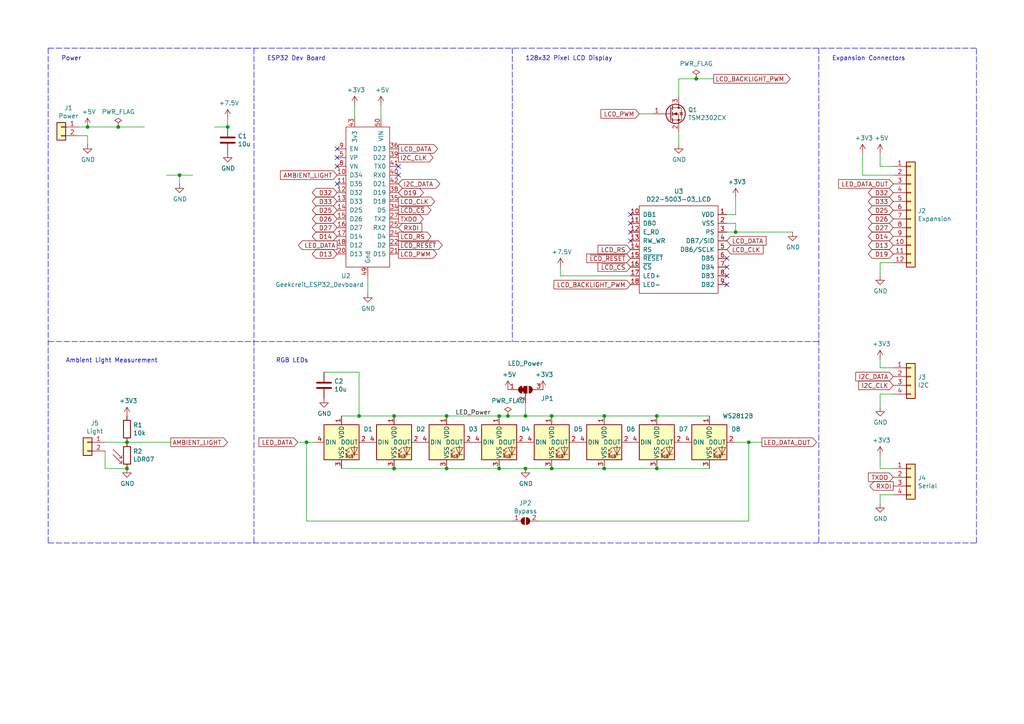
<source format=kicad_sch>
(kicad_sch (version 20211123) (generator eeschema)
  (paper "A4")
  (lib_symbols
    (symbol "Connector_Generic:Conn_01x02" (pin_names (offset 1.016) hide)
      (property "Reference" "J" (at 0 2.54 0))
      (property "Value" "Conn_01x02" (at 0 -5.08 0))
      (symbol "Conn_01x02_1_1"
        (rectangle (start -1.27 -2.413) (end 0 -2.667) (stroke (width 0.1524)))
        (rectangle (start -1.27 0.127) (end 0 -0.127) (stroke (width 0.1524)))
        (rectangle (start -1.27 1.27) (end 1.27 -3.81) (stroke (width 0.254)) (fill (type background)))
        (pin passive line (at -5.08 0 0) (length 3.81) (name "Pin_1") (number "1"))
        (pin passive line (at -5.08 -2.54 0) (length 3.81) (name "Pin_2") (number "2"))
      )
    )
    (symbol "Connector_Generic:Conn_01x04" (pin_names (offset 1.016) hide)
      (property "Reference" "J" (at 0 5.08 0))
      (property "Value" "Conn_01x04" (at 0 -7.62 0))
      (symbol "Conn_01x04_1_1"
        (rectangle (start -1.27 -4.953) (end 0 -5.207) (stroke (width 0.1524)))
        (rectangle (start -1.27 -2.413) (end 0 -2.667) (stroke (width 0.1524)))
        (rectangle (start -1.27 0.127) (end 0 -0.127) (stroke (width 0.1524)))
        (rectangle (start -1.27 2.667) (end 0 2.413) (stroke (width 0.1524)))
        (rectangle (start -1.27 3.81) (end 1.27 -6.35) (stroke (width 0.254)) (fill (type background)))
        (pin passive line (at -5.08 2.54 0) (length 3.81) (name "Pin_1") (number "1"))
        (pin passive line (at -5.08 0 0) (length 3.81) (name "Pin_2") (number "2"))
        (pin passive line (at -5.08 -2.54 0) (length 3.81) (name "Pin_3") (number "3"))
        (pin passive line (at -5.08 -5.08 0) (length 3.81) (name "Pin_4") (number "4"))
      )
    )
    (symbol "Connector_Generic:Conn_01x12" (pin_names (offset 1.016) hide)
      (property "Reference" "J" (at 0 15.24 0))
      (property "Value" "Conn_01x12" (at 0 -17.78 0))
      (symbol "Conn_01x12_1_1"
        (rectangle (start -1.27 -15.113) (end 0 -15.367) (stroke (width 0.1524)))
        (rectangle (start -1.27 -12.573) (end 0 -12.827) (stroke (width 0.1524)))
        (rectangle (start -1.27 -10.033) (end 0 -10.287) (stroke (width 0.1524)))
        (rectangle (start -1.27 -7.493) (end 0 -7.747) (stroke (width 0.1524)))
        (rectangle (start -1.27 -4.953) (end 0 -5.207) (stroke (width 0.1524)))
        (rectangle (start -1.27 -2.413) (end 0 -2.667) (stroke (width 0.1524)))
        (rectangle (start -1.27 0.127) (end 0 -0.127) (stroke (width 0.1524)))
        (rectangle (start -1.27 2.667) (end 0 2.413) (stroke (width 0.1524)))
        (rectangle (start -1.27 5.207) (end 0 4.953) (stroke (width 0.1524)))
        (rectangle (start -1.27 7.747) (end 0 7.493) (stroke (width 0.1524)))
        (rectangle (start -1.27 10.287) (end 0 10.033) (stroke (width 0.1524)))
        (rectangle (start -1.27 12.827) (end 0 12.573) (stroke (width 0.1524)))
        (rectangle (start -1.27 13.97) (end 1.27 -16.51) (stroke (width 0.254)) (fill (type background)))
        (pin passive line (at -5.08 12.7 0) (length 3.81) (name "Pin_1") (number "1"))
        (pin passive line (at -5.08 -10.16 0) (length 3.81) (name "Pin_10") (number "10"))
        (pin passive line (at -5.08 -12.7 0) (length 3.81) (name "Pin_11") (number "11"))
        (pin passive line (at -5.08 -15.24 0) (length 3.81) (name "Pin_12") (number "12"))
        (pin passive line (at -5.08 10.16 0) (length 3.81) (name "Pin_2") (number "2"))
        (pin passive line (at -5.08 7.62 0) (length 3.81) (name "Pin_3") (number "3"))
        (pin passive line (at -5.08 5.08 0) (length 3.81) (name "Pin_4") (number "4"))
        (pin passive line (at -5.08 2.54 0) (length 3.81) (name "Pin_5") (number "5"))
        (pin passive line (at -5.08 0 0) (length 3.81) (name "Pin_6") (number "6"))
        (pin passive line (at -5.08 -2.54 0) (length 3.81) (name "Pin_7") (number "7"))
        (pin passive line (at -5.08 -5.08 0) (length 3.81) (name "Pin_8") (number "8"))
        (pin passive line (at -5.08 -7.62 0) (length 3.81) (name "Pin_9") (number "9"))
      )
    )
    (symbol "D22-5003-03_LCD:D22-5003-03_LCD" (pin_names (offset 1.016))
      (property "Reference" "U" (at 0 6.35 0))
      (property "Value" "D22-5003-03_LCD" (at 0 3.81 0))
      (symbol "D22-5003-03_LCD_0_1"
        (rectangle (start -11.43 -25.4) (end 11.43 0))
      )
      (symbol "D22-5003-03_LCD_1_1"
        (pin power_in line (at 13.97 -2.54 180) (length 2.54) (name "VDD") (number "1"))
        (pin input line (at -13.97 -2.54 0) (length 2.54) (name "DB1") (number "10"))
        (pin input line (at -13.97 -5.08 0) (length 2.54) (name "DB0") (number "11"))
        (pin input line (at -13.97 -7.62 0) (length 2.54) (name "E_RD") (number "12"))
        (pin input line (at -13.97 -10.16 0) (length 2.54) (name "RW_WR") (number "13"))
        (pin input line (at -13.97 -12.7 0) (length 2.54) (name "RS") (number "14"))
        (pin input line (at -13.97 -15.24 0) (length 2.54) (name "~{RESET}") (number "15"))
        (pin input line (at -13.97 -17.78 0) (length 2.54) (name "~{CS}") (number "16"))
        (pin power_in line (at -13.97 -20.32 0) (length 2.54) (name "LED+") (number "17"))
        (pin power_in line (at -13.97 -22.86 0) (length 2.54) (name "LED-") (number "18"))
        (pin power_in line (at 13.97 -5.08 180) (length 2.54) (name "VSS") (number "2"))
        (pin input line (at 13.97 -7.62 180) (length 2.54) (name "PS") (number "3"))
        (pin input line (at 13.97 -10.16 180) (length 2.54) (name "DB7/SID") (number "4"))
        (pin input line (at 13.97 -12.7 180) (length 2.54) (name "DB6/SCLK") (number "5"))
        (pin input line (at 13.97 -15.24 180) (length 2.54) (name "DB5") (number "6"))
        (pin input line (at 13.97 -17.78 180) (length 2.54) (name "DB4") (number "7"))
        (pin input line (at 13.97 -20.32 180) (length 2.54) (name "DB3") (number "8"))
        (pin input line (at 13.97 -22.86 180) (length 2.54) (name "DB2") (number "9"))
      )
    )
    (symbol "Device:C" (pin_numbers hide) (pin_names (offset 0.254))
      (property "Reference" "C" (at 0.635 2.54 0))
      (property "Value" "C" (at 0.635 -2.54 0))
      (symbol "C_0_1"
        (polyline (pts (xy -2.032 -0.762) (xy 2.032 -0.762)) (stroke (width 0.508)))
        (polyline (pts (xy -2.032 0.762) (xy 2.032 0.762)) (stroke (width 0.508)))
      )
      (symbol "C_1_1"
        (pin passive line (at 0 3.81 270) (length 2.794) (name "~") (number "1"))
        (pin passive line (at 0 -3.81 90) (length 2.794) (name "~") (number "2"))
      )
    )
    (symbol "Device:R" (pin_numbers hide) (pin_names (offset 0))
      (property "Reference" "R" (at 2.032 0 90))
      (property "Value" "R" (at 0 0 90))
      (symbol "R_0_1"
        (rectangle (start -1.016 -2.54) (end 1.016 2.54) (stroke (width 0.254)))
      )
      (symbol "R_1_1"
        (pin passive line (at 0 3.81 270) (length 1.27) (name "~") (number "1"))
        (pin passive line (at 0 -3.81 90) (length 1.27) (name "~") (number "2"))
      )
    )
    (symbol "Geekcreit_ESP32_Devboard:Geekcreit_ESP32_Devboard" (pin_names (offset 1.016))
      (property "Reference" "U" (at -12.7 2.54 0))
      (property "Value" "Geekcreit_ESP32_Devboard" (at 21.59 2.54 0))
      (symbol "Geekcreit_ESP32_Devboard_0_1"
        (rectangle (start -6.35 -36.83) (end 6.35 3.81))
      )
      (symbol "Geekcreit_ESP32_Devboard_1_1"
        (pin input line (at -8.89 -10.16 0) (length 2.54) (name "D34") (number "10"))
        (pin input line (at -8.89 -12.7 0) (length 2.54) (name "D35") (number "11"))
        (pin bidirectional line (at -8.89 -15.24 0) (length 2.54) (name "D32") (number "12"))
        (pin bidirectional line (at -8.89 -17.78 0) (length 2.54) (name "D33") (number "13"))
        (pin bidirectional line (at -8.89 -20.32 0) (length 2.54) (name "D25") (number "14"))
        (pin bidirectional line (at -8.89 -22.86 0) (length 2.54) (name "D26") (number "15"))
        (pin bidirectional line (at -8.89 -25.4 0) (length 2.54) (name "D27") (number "16"))
        (pin bidirectional line (at -8.89 -27.94 0) (length 2.54) (name "D14") (number "17"))
        (pin bidirectional line (at -8.89 -30.48 0) (length 2.54) (name "D12") (number "18"))
        (pin bidirectional line (at -8.89 -33.02 0) (length 2.54) (name "D13") (number "20"))
        (pin bidirectional line (at 8.89 -33.02 180) (length 2.54) (name "D15") (number "21"))
        (pin bidirectional line (at 8.89 -30.48 180) (length 2.54) (name "D2") (number "22"))
        (pin bidirectional line (at 8.89 -27.94 180) (length 2.54) (name "D4") (number "24"))
        (pin bidirectional line (at 8.89 -25.4 180) (length 2.54) (name "RX2") (number "25"))
        (pin bidirectional line (at 8.89 -22.86 180) (length 2.54) (name "TX2") (number "27"))
        (pin bidirectional line (at 8.89 -20.32 180) (length 2.54) (name "D5") (number "34"))
        (pin bidirectional line (at 8.89 -17.78 180) (length 2.54) (name "D18") (number "35"))
        (pin bidirectional line (at 8.89 -2.54 180) (length 2.54) (name "D23") (number "36"))
        (pin bidirectional line (at 8.89 -15.24 180) (length 2.54) (name "D19") (number "38"))
        (pin bidirectional line (at 8.89 -5.08 180) (length 2.54) (name "D22") (number "39"))
        (pin bidirectional line (at 8.89 -10.16 180) (length 2.54) (name "RX0") (number "40"))
        (pin bidirectional line (at 8.89 -7.62 180) (length 2.54) (name "TX0") (number "41"))
        (pin bidirectional line (at 8.89 -12.7 180) (length 2.54) (name "D21") (number "42"))
        (pin power_out line (at -3.81 6.35 270) (length 2.54) (name "3v3") (number "43"))
        (pin power_in line (at 0 -39.37 90) (length 2.54) (name "Gnd") (number "49"))
        (pin input line (at -8.89 -5.08 0) (length 2.54) (name "VP") (number "5"))
        (pin power_in line (at 3.81 6.35 270) (length 2.54) (name "VIN") (number "50"))
        (pin input line (at -8.89 -7.62 0) (length 2.54) (name "VN") (number "8"))
        (pin input line (at -8.89 -2.54 0) (length 2.54) (name "EN") (number "9"))
      )
    )
    (symbol "Jumper:SolderJumper_2_Open" (pin_names (offset 0) hide)
      (property "Reference" "JP" (at 0 2.032 0))
      (property "Value" "SolderJumper_2_Open" (at 0 -2.54 0))
      (symbol "SolderJumper_2_Open_0_1"
        (arc (start -0.254 1.016) (mid -1.27 0) (end -0.254 -1.016))
        (arc (start -0.254 1.016) (mid -1.27 0) (end -0.254 -1.016) (fill (type outline)))
        (polyline (pts (xy -0.254 1.016) (xy -0.254 -1.016)))
        (polyline (pts (xy 0.254 1.016) (xy 0.254 -1.016)))
        (arc (start 0.254 -1.016) (mid 1.27 0) (end 0.254 1.016))
        (arc (start 0.254 -1.016) (mid 1.27 0) (end 0.254 1.016) (fill (type outline)))
      )
      (symbol "SolderJumper_2_Open_1_1"
        (pin passive line (at -3.81 0 0) (length 2.54) (name "A") (number "1"))
        (pin passive line (at 3.81 0 180) (length 2.54) (name "B") (number "2"))
      )
    )
    (symbol "LED:WS2812B" (pin_names (offset 0.254))
      (property "Reference" "D" (at 5.08 5.715 0))
      (property "Value" "WS2812B" (at 1.27 -5.715 0))
      (symbol "WS2812B_0_0"
        (text "RGB" (at 2.286 -4.191 0) (effects (font (size 0.762 0.762))))
      )
      (symbol "WS2812B_0_1"
        (polyline (pts (xy 1.27 -3.556) (xy 1.778 -3.556)))
        (polyline (pts (xy 1.27 -2.54) (xy 1.778 -2.54)))
        (polyline (pts (xy 4.699 -3.556) (xy 2.667 -3.556)))
        (polyline (pts (xy 2.286 -2.54) (xy 1.27 -3.556) (xy 1.27 -3.048)))
        (polyline (pts (xy 2.286 -1.524) (xy 1.27 -2.54) (xy 1.27 -2.032)))
        (polyline (pts (xy 3.683 -1.016) (xy 3.683 -3.556) (xy 3.683 -4.064)))
        (polyline (pts (xy 4.699 -1.524) (xy 2.667 -1.524) (xy 3.683 -3.556) (xy 4.699 -1.524)))
        (rectangle (start 5.08 5.08) (end -5.08 -5.08) (stroke (width 0.254)) (fill (type background)))
      )
      (symbol "WS2812B_1_1"
        (pin power_in line (at 0 7.62 270) (length 2.54) (name "VDD") (number "1"))
        (pin output line (at 7.62 0 180) (length 2.54) (name "DOUT") (number "2"))
        (pin power_in line (at 0 -7.62 90) (length 2.54) (name "VSS") (number "3"))
        (pin input line (at -7.62 0 0) (length 2.54) (name "DIN") (number "4"))
      )
    )
    (symbol "Sensor_Optical:LDR07" (pin_numbers hide) (pin_names (offset 0))
      (property "Reference" "R" (at -5.08 0 90))
      (property "Value" "LDR07" (at 1.905 0 90))
      (symbol "LDR07_0_1"
        (rectangle (start -1.016 2.54) (end 1.016 -2.54) (stroke (width 0.254)))
        (polyline (pts (xy -1.524 -2.286) (xy -4.064 0.254)))
        (polyline (pts (xy -1.524 -2.286) (xy -2.286 -2.286)))
        (polyline (pts (xy -1.524 -2.286) (xy -1.524 -1.524)))
        (polyline (pts (xy -1.524 -0.762) (xy -4.064 1.778)))
        (polyline (pts (xy -1.524 -0.762) (xy -2.286 -0.762)))
        (polyline (pts (xy -1.524 -0.762) (xy -1.524 0)))
      )
      (symbol "LDR07_1_1"
        (pin passive line (at 0 3.81 270) (length 1.27) (name "~") (number "1"))
        (pin passive line (at 0 -3.81 90) (length 1.27) (name "~") (number "2"))
      )
    )
    (symbol "Transistor_FET:TSM2302CX" (pin_names hide)
      (property "Reference" "Q" (at 5.08 1.905 0))
      (property "Value" "TSM2302CX" (at 5.08 0 0))
      (symbol "TSM2302CX_0_1"
        (polyline (pts (xy 0.254 0) (xy -2.54 0)))
        (polyline (pts (xy 0.254 1.905) (xy 0.254 -1.905)) (stroke (width 0.254)))
        (polyline (pts (xy 0.762 -1.27) (xy 0.762 -2.286)) (stroke (width 0.254)))
        (polyline (pts (xy 0.762 0.508) (xy 0.762 -0.508)) (stroke (width 0.254)))
        (polyline (pts (xy 0.762 2.286) (xy 0.762 1.27)) (stroke (width 0.254)))
        (polyline (pts (xy 2.54 2.54) (xy 2.54 1.778)))
        (polyline (pts (xy 2.54 -2.54) (xy 2.54 0) (xy 0.762 0)))
        (polyline (pts (xy 0.762 -1.778) (xy 3.302 -1.778) (xy 3.302 1.778) (xy 0.762 1.778)))
        (polyline (pts (xy 1.016 0) (xy 2.032 0.381) (xy 2.032 -0.381) (xy 1.016 0)) (fill (type outline)))
        (polyline (pts (xy 2.794 0.508) (xy 2.921 0.381) (xy 3.683 0.381) (xy 3.81 0.254)))
        (polyline (pts (xy 3.302 0.381) (xy 2.921 -0.254) (xy 3.683 -0.254) (xy 3.302 0.381)))
        (circle (center 1.651 0) (radius 2.794) (stroke (width 0.254)))
        (circle (center 2.54 -1.778) (radius 0.254) (fill (type outline)))
        (circle (center 2.54 1.778) (radius 0.254) (fill (type outline)))
      )
      (symbol "TSM2302CX_1_1"
        (pin input line (at -5.08 0 0) (length 2.54) (name "G") (number "1"))
        (pin passive line (at 2.54 -5.08 90) (length 2.54) (name "S") (number "2"))
        (pin passive line (at 2.54 5.08 270) (length 2.54) (name "D") (number "3"))
      )
    )
    (symbol "lcd-rescue:+3.3V-power" (power) (pin_names (offset 0))
      (property "Value" "+3.3V-power" (at 0 3.556 0))
      (symbol "+3.3V-power_0_1"
        (polyline (pts (xy -0.762 1.27) (xy 0 2.54)))
        (polyline (pts (xy 0 0) (xy 0 2.54)))
        (polyline (pts (xy 0 2.54) (xy 0.762 1.27)))
      )
      (symbol "+3.3V-power_1_1"
        (pin power_in line (at 0 0 90) (length 0) hide (name "+3V3") (number "1"))
      )
    )
    (symbol "lcd-rescue:SolderJumper_3_Bridged12-Jumper" (pin_names (offset 0) hide)
      (property "Reference" "JP" (at -2.54 -2.54 0))
      (property "Value" "SolderJumper_3_Bridged12-Jumper" (at 0 2.794 0))
      (symbol "SolderJumper_3_Bridged12-Jumper_0_1"
        (rectangle (start -1.016 0.508) (end -0.508 -0.508) (fill (type outline)))
        (arc (start -1.016 1.016) (mid -2.032 0) (end -1.016 -1.016))
        (arc (start -1.016 1.016) (mid -2.032 0) (end -1.016 -1.016) (fill (type outline)))
        (rectangle (start -0.508 1.016) (end 0.508 -1.016) (fill (type outline)))
        (polyline (pts (xy -2.54 0) (xy -2.032 0)))
        (polyline (pts (xy -1.016 1.016) (xy -1.016 -1.016)))
        (polyline (pts (xy 0 -1.27) (xy 0 -1.016)))
        (polyline (pts (xy 1.016 1.016) (xy 1.016 -1.016)))
        (polyline (pts (xy 2.54 0) (xy 2.032 0)))
        (arc (start 1.016 -1.016) (mid 2.032 0) (end 1.016 1.016))
        (arc (start 1.016 -1.016) (mid 2.032 0) (end 1.016 1.016) (fill (type outline)))
      )
      (symbol "SolderJumper_3_Bridged12-Jumper_1_1"
        (pin passive line (at -5.08 0 0) (length 2.54) (name "A") (number "1"))
        (pin input line (at 0 -3.81 90) (length 2.54) (name "C") (number "2"))
        (pin passive line (at 5.08 0 180) (length 2.54) (name "B") (number "3"))
      )
    )
    (symbol "power:+3V3" (power) (pin_names (offset 0))
      (property "Value" "+3V3" (at 0 3.556 0))
      (symbol "+3V3_0_1"
        (polyline (pts (xy -0.762 1.27) (xy 0 2.54)))
        (polyline (pts (xy 0 0) (xy 0 2.54)))
        (polyline (pts (xy 0 2.54) (xy 0.762 1.27)))
      )
      (symbol "+3V3_1_1"
        (pin power_in line (at 0 0 90) (length 0) hide (name "+3V3") (number "1"))
      )
    )
    (symbol "power:+5V" (power) (pin_names (offset 0))
      (property "Value" "+5V" (at 0 3.556 0))
      (symbol "+5V_0_1"
        (polyline (pts (xy -0.762 1.27) (xy 0 2.54)))
        (polyline (pts (xy 0 0) (xy 0 2.54)))
        (polyline (pts (xy 0 2.54) (xy 0.762 1.27)))
      )
      (symbol "+5V_1_1"
        (pin power_in line (at 0 0 90) (length 0) hide (name "+5V") (number "1"))
      )
    )
    (symbol "power:+7.5V" (power) (pin_names (offset 0))
      (property "Value" "+7.5V" (at 0 3.556 0))
      (symbol "+7.5V_0_1"
        (polyline (pts (xy -0.762 1.27) (xy 0 2.54)))
        (polyline (pts (xy 0 0) (xy 0 2.54)))
        (polyline (pts (xy 0 2.54) (xy 0.762 1.27)))
      )
      (symbol "+7.5V_1_1"
        (pin power_in line (at 0 0 90) (length 0) hide (name "+7.5V") (number "1"))
      )
    )
    (symbol "power:GND" (power) (pin_names (offset 0))
      (property "Value" "GND" (at 0 -3.81 0))
      (symbol "GND_0_1"
        (polyline (pts (xy 0 0) (xy 0 -1.27) (xy 1.27 -1.27) (xy 0 -2.54) (xy -1.27 -1.27) (xy 0 -1.27)))
      )
      (symbol "GND_1_1"
        (pin power_in line (at 0 0 270) (length 0) hide (name "GND") (number "1"))
      )
    )
    (symbol "power:PWR_FLAG" (power) (pin_numbers hide) (pin_names (offset 0) hide)
      (property "Value" "PWR_FLAG" (at 0 3.81 0))
      (symbol "PWR_FLAG_0_0"
        (pin power_out line (at 0 0 90) (length 0) (name "pwr") (number "1"))
      )
      (symbol "PWR_FLAG_0_1"
        (polyline (pts (xy 0 0) (xy 0 1.27) (xy -1.016 1.905) (xy 0 2.54) (xy 1.016 1.905) (xy 0 1.27)))
      )
    )
  )
  (junction (at 160.02 135.89))
  (junction (at 144.78 120.65))
  (junction (at 104.14 120.65))
  (junction (at 34.29 36.83))
  (junction (at 217.17 128.27))
  (junction (at 129.54 120.65))
  (junction (at 114.3 135.89))
  (junction (at 147.32 120.65))
  (junction (at 152.4 135.89))
  (junction (at 190.5 135.89))
  (junction (at 52.07 50.8))
  (junction (at 25.4 36.83))
  (junction (at 129.54 135.89))
  (junction (at 175.26 135.89))
  (junction (at 175.26 120.65))
  (junction (at 88.9 128.27))
  (junction (at 213.36 67.31))
  (junction (at 160.02 120.65))
  (junction (at 152.4 120.65))
  (junction (at 201.93 22.86))
  (junction (at 114.3 120.65))
  (junction (at 144.78 135.89))
  (junction (at 36.83 128.27))
  (junction (at 36.83 135.89))
  (junction (at 190.5 120.65))
  (junction (at 66.04 36.83))
  (no_connect (at 115.57 48.26))
  (no_connect (at 210.82 74.93))
  (no_connect (at 97.79 48.26))
  (no_connect (at 182.88 67.31))
  (no_connect (at 210.82 80.01))
  (no_connect (at 97.79 53.34))
  (no_connect (at 97.79 43.18))
  (no_connect (at 182.88 69.85))
  (no_connect (at 210.82 77.47))
  (no_connect (at 97.79 45.72))
  (no_connect (at 182.88 64.77))
  (no_connect (at 210.82 82.55))
  (no_connect (at 182.88 62.23))
  (no_connect (at 115.57 50.8))
  (wire (pts (xy 213.36 62.23) (xy 213.36 57.15)))
  (wire (pts (xy 22.86 39.37) (xy 25.4 39.37)))
  (polyline (pts (xy 13.97 99.06) (xy 237.49 99.06)))
  (wire (pts (xy 25.4 36.83) (xy 34.29 36.83)))
  (wire (pts (xy 259.08 76.2) (xy 255.27 76.2)))
  (wire (pts (xy 190.5 120.65) (xy 205.74 120.65)))
  (wire (pts (xy 106.68 80.01) (xy 106.68 85.09)))
  (wire (pts (xy 99.06 135.89) (xy 114.3 135.89)))
  (polyline (pts (xy 73.66 13.97) (xy 73.66 157.48)))
  (wire (pts (xy 250.19 50.8) (xy 259.08 50.8)))
  (wire (pts (xy 255.27 114.3) (xy 255.27 118.11)))
  (wire (pts (xy 213.36 128.27) (xy 217.17 128.27)))
  (polyline (pts (xy 237.49 13.97) (xy 237.49 157.48)))
  (wire (pts (xy 210.82 67.31) (xy 213.36 67.31)))
  (wire (pts (xy 201.93 22.86) (xy 207.01 22.86)))
  (wire (pts (xy 114.3 135.89) (xy 129.54 135.89)))
  (wire (pts (xy 48.26 50.8) (xy 52.07 50.8)))
  (wire (pts (xy 213.36 64.77) (xy 213.36 67.31)))
  (wire (pts (xy 259.08 143.51) (xy 255.27 143.51)))
  (wire (pts (xy 160.02 120.65) (xy 175.26 120.65)))
  (wire (pts (xy 86.36 128.27) (xy 88.9 128.27)))
  (wire (pts (xy 190.5 135.89) (xy 205.74 135.89)))
  (wire (pts (xy 30.48 130.81) (xy 30.48 135.89)))
  (wire (pts (xy 152.4 116.84) (xy 152.4 120.65)))
  (wire (pts (xy 30.48 128.27) (xy 36.83 128.27)))
  (wire (pts (xy 34.29 36.83) (xy 41.91 36.83)))
  (wire (pts (xy 30.48 135.89) (xy 36.83 135.89)))
  (wire (pts (xy 162.56 80.01) (xy 162.56 77.47)))
  (wire (pts (xy 52.07 50.8) (xy 55.88 50.8)))
  (polyline (pts (xy 13.97 13.97) (xy 13.97 157.48)))
  (wire (pts (xy 88.9 151.13) (xy 88.9 128.27)))
  (wire (pts (xy 259.08 106.68) (xy 255.27 106.68)))
  (polyline (pts (xy 13.97 157.48) (xy 283.21 157.48)))
  (wire (pts (xy 185.42 33.02) (xy 189.23 33.02)))
  (wire (pts (xy 160.02 135.89) (xy 175.26 135.89)))
  (wire (pts (xy 110.49 30.48) (xy 110.49 34.29)))
  (wire (pts (xy 104.14 107.95) (xy 104.14 120.65)))
  (wire (pts (xy 104.14 120.65) (xy 114.3 120.65)))
  (polyline (pts (xy 13.97 13.97) (xy 283.21 13.97)))
  (wire (pts (xy 62.23 36.83) (xy 66.04 36.83)))
  (wire (pts (xy 259.08 114.3) (xy 255.27 114.3)))
  (wire (pts (xy 88.9 151.13) (xy 148.59 151.13)))
  (wire (pts (xy 255.27 48.26) (xy 259.08 48.26)))
  (wire (pts (xy 129.54 135.89) (xy 144.78 135.89)))
  (wire (pts (xy 114.3 120.65) (xy 129.54 120.65)))
  (wire (pts (xy 210.82 64.77) (xy 213.36 64.77)))
  (wire (pts (xy 49.53 128.27) (xy 36.83 128.27)))
  (polyline (pts (xy 283.21 157.48) (xy 283.21 13.97)))
  (wire (pts (xy 255.27 143.51) (xy 255.27 146.05)))
  (wire (pts (xy 196.85 38.1) (xy 196.85 41.91)))
  (wire (pts (xy 255.27 106.68) (xy 255.27 104.14)))
  (polyline (pts (xy 148.59 13.97) (xy 148.59 99.06)))
  (wire (pts (xy 102.87 34.29) (xy 102.87 30.48)))
  (wire (pts (xy 52.07 50.8) (xy 52.07 53.34)))
  (wire (pts (xy 152.4 120.65) (xy 160.02 120.65)))
  (wire (pts (xy 255.27 132.08) (xy 255.27 135.89)))
  (wire (pts (xy 25.4 39.37) (xy 25.4 41.91)))
  (wire (pts (xy 217.17 151.13) (xy 156.21 151.13)))
  (wire (pts (xy 255.27 44.45) (xy 255.27 48.26)))
  (wire (pts (xy 255.27 135.89) (xy 259.08 135.89)))
  (wire (pts (xy 22.86 36.83) (xy 25.4 36.83)))
  (wire (pts (xy 93.98 107.95) (xy 104.14 107.95)))
  (wire (pts (xy 147.32 120.65) (xy 152.4 120.65)))
  (wire (pts (xy 144.78 120.65) (xy 147.32 120.65)))
  (wire (pts (xy 217.17 151.13) (xy 217.17 128.27)))
  (wire (pts (xy 217.17 128.27) (xy 220.98 128.27)))
  (wire (pts (xy 152.4 135.89) (xy 160.02 135.89)))
  (wire (pts (xy 144.78 135.89) (xy 152.4 135.89)))
  (wire (pts (xy 196.85 22.86) (xy 196.85 27.94)))
  (wire (pts (xy 210.82 62.23) (xy 213.36 62.23)))
  (wire (pts (xy 255.27 76.2) (xy 255.27 80.01)))
  (wire (pts (xy 175.26 120.65) (xy 190.5 120.65)))
  (wire (pts (xy 250.19 44.45) (xy 250.19 50.8)))
  (wire (pts (xy 182.88 80.01) (xy 162.56 80.01)))
  (wire (pts (xy 196.85 22.86) (xy 201.93 22.86)))
  (wire (pts (xy 213.36 67.31) (xy 229.87 67.31)))
  (wire (pts (xy 175.26 135.89) (xy 190.5 135.89)))
  (wire (pts (xy 129.54 120.65) (xy 144.78 120.65)))
  (wire (pts (xy 66.04 36.83) (xy 66.04 34.29)))
  (wire (pts (xy 99.06 120.65) (xy 104.14 120.65)))
  (wire (pts (xy 88.9 128.27) (xy 91.44 128.27)))
  (text "128x32 Pixel LCD Display" (at 152.4 17.78 0) (effects (font (size 1.27 1.27)) (justify left bottom)))
  (text "ESP32 Dev Board" (at 77.47 17.78 0) (effects (font (size 1.27 1.27)) (justify left bottom)))
  (text "Ambient Light Measurement" (at 19.05 105.41 0) (effects (font (size 1.27 1.27)) (justify left bottom)))
  (text "Expansion Connectors" (at 241.3 17.78 0) (effects (font (size 1.27 1.27)) (justify left bottom)))
  (text "Power" (at 17.78 17.78 0) (effects (font (size 1.27 1.27)) (justify left bottom)))
  (text "RGB LEDs" (at 80.01 105.41 0) (effects (font (size 1.27 1.27)) (justify left bottom)))
  (label "LED_Power" (at 132.08 120.65 0))
  (global_label "LED_DATA_OUT" (shape output) (at 220.98 128.27 0) (property "Intersheet References" "${INTERSHEET_REFS}" (effects hide)))
  (global_label "D25" (shape bidirectional) (at 259.08 60.96 180) (property "Intersheet References" "${INTERSHEET_REFS}" (effects hide)))
  (global_label "D13" (shape bidirectional) (at 259.08 71.12 180) (property "Intersheet References" "${INTERSHEET_REFS}" (effects hide)))
  (global_label "LED_DATA" (shape output) (at 97.79 71.12 180) (property "Intersheet References" "${INTERSHEET_REFS}" (effects hide)))
  (global_label "LCD_BACKLIGHT_PWM" (shape input) (at 182.88 82.55 180) (property "Intersheet References" "${INTERSHEET_REFS}" (effects hide)))
  (global_label "LCD_PWM" (shape input) (at 185.42 33.02 180) (property "Intersheet References" "${INTERSHEET_REFS}" (effects hide)))
  (global_label "LCD_PWM" (shape output) (at 115.57 73.66 0) (property "Intersheet References" "${INTERSHEET_REFS}" (effects hide)))
  (global_label "I2C_CLK" (shape input) (at 259.08 111.76 180) (property "Intersheet References" "${INTERSHEET_REFS}" (effects hide)))
  (global_label "D14" (shape bidirectional) (at 97.79 68.58 180) (property "Intersheet References" "${INTERSHEET_REFS}" (effects hide)))
  (global_label "~{LCD_CS}" (shape input) (at 182.88 77.47 180) (property "Intersheet References" "${INTERSHEET_REFS}" (effects hide)))
  (global_label "D27" (shape bidirectional) (at 259.08 66.04 180) (property "Intersheet References" "${INTERSHEET_REFS}" (effects hide)))
  (global_label "D27" (shape bidirectional) (at 97.79 66.04 180) (property "Intersheet References" "${INTERSHEET_REFS}" (effects hide)))
  (global_label "D32" (shape bidirectional) (at 97.79 55.88 180) (property "Intersheet References" "${INTERSHEET_REFS}" (effects hide)))
  (global_label "LCD_DATA" (shape input) (at 210.82 69.85 0) (property "Intersheet References" "${INTERSHEET_REFS}" (effects hide)))
  (global_label "~{LCD_RESET}" (shape output) (at 115.57 71.12 0) (property "Intersheet References" "${INTERSHEET_REFS}" (effects hide)))
  (global_label "AMBIENT_LIGHT" (shape input) (at 97.79 50.8 180) (property "Intersheet References" "${INTERSHEET_REFS}" (effects hide)))
  (global_label "LCD_RS" (shape input) (at 182.88 72.39 180) (property "Intersheet References" "${INTERSHEET_REFS}" (effects hide)))
  (global_label "LCD_DATA" (shape output) (at 115.57 43.18 0) (property "Intersheet References" "${INTERSHEET_REFS}" (effects hide)))
  (global_label "LCD_CLK" (shape output) (at 115.57 58.42 0) (property "Intersheet References" "${INTERSHEET_REFS}" (effects hide)))
  (global_label "RXDI" (shape output) (at 259.08 140.97 180) (property "Intersheet References" "${INTERSHEET_REFS}" (effects hide)))
  (global_label "LCD_CLK" (shape input) (at 210.82 72.39 0) (property "Intersheet References" "${INTERSHEET_REFS}" (effects hide)))
  (global_label "I2C_DATA" (shape bidirectional) (at 115.57 53.34 0) (property "Intersheet References" "${INTERSHEET_REFS}" (effects hide)))
  (global_label "I2C_DATA" (shape input) (at 259.08 109.22 180) (property "Intersheet References" "${INTERSHEET_REFS}" (effects hide)))
  (global_label "LED_DATA" (shape input) (at 86.36 128.27 180) (property "Intersheet References" "${INTERSHEET_REFS}" (effects hide)))
  (global_label "D33" (shape bidirectional) (at 259.08 58.42 180) (property "Intersheet References" "${INTERSHEET_REFS}" (effects hide)))
  (global_label "D25" (shape bidirectional) (at 97.79 60.96 180) (property "Intersheet References" "${INTERSHEET_REFS}" (effects hide)))
  (global_label "D19" (shape bidirectional) (at 259.08 73.66 180) (property "Intersheet References" "${INTERSHEET_REFS}" (effects hide)))
  (global_label "AMBIENT_LIGHT" (shape output) (at 49.53 128.27 0) (property "Intersheet References" "${INTERSHEET_REFS}" (effects hide)))
  (global_label "D13" (shape bidirectional) (at 97.79 73.66 180) (property "Intersheet References" "${INTERSHEET_REFS}" (effects hide)))
  (global_label "D33" (shape bidirectional) (at 97.79 58.42 180) (property "Intersheet References" "${INTERSHEET_REFS}" (effects hide)))
  (global_label "TXDO" (shape output) (at 115.57 63.5 0) (property "Intersheet References" "${INTERSHEET_REFS}" (effects hide)))
  (global_label "RXDI" (shape input) (at 115.57 66.04 0) (property "Intersheet References" "${INTERSHEET_REFS}" (effects hide)))
  (global_label "D14" (shape bidirectional) (at 259.08 68.58 180) (property "Intersheet References" "${INTERSHEET_REFS}" (effects hide)))
  (global_label "LCD_RS" (shape output) (at 115.57 68.58 0) (property "Intersheet References" "${INTERSHEET_REFS}" (effects hide)))
  (global_label "TXDO" (shape input) (at 259.08 138.43 180) (property "Intersheet References" "${INTERSHEET_REFS}" (effects hide)))
  (global_label "~{LCD_CS}" (shape output) (at 115.57 60.96 0) (property "Intersheet References" "${INTERSHEET_REFS}" (effects hide)))
  (global_label "I2C_CLK" (shape output) (at 115.57 45.72 0) (property "Intersheet References" "${INTERSHEET_REFS}" (effects hide)))
  (global_label "~{LCD_RESET}" (shape input) (at 182.88 74.93 180) (property "Intersheet References" "${INTERSHEET_REFS}" (effects hide)))
  (global_label "D26" (shape bidirectional) (at 259.08 63.5 180) (property "Intersheet References" "${INTERSHEET_REFS}" (effects hide)))
  (global_label "D26" (shape bidirectional) (at 97.79 63.5 180) (property "Intersheet References" "${INTERSHEET_REFS}" (effects hide)))
  (global_label "LED_DATA_OUT" (shape input) (at 259.08 53.34 180) (property "Intersheet References" "${INTERSHEET_REFS}" (effects hide)))
  (global_label "D19" (shape bidirectional) (at 115.57 55.88 0) (property "Intersheet References" "${INTERSHEET_REFS}" (effects hide)))
  (global_label "LCD_BACKLIGHT_PWM" (shape output) (at 207.01 22.86 0) (property "Intersheet References" "${INTERSHEET_REFS}" (effects hide)))
  (global_label "D32" (shape bidirectional) (at 259.08 55.88 180) (property "Intersheet References" "${INTERSHEET_REFS}" (effects hide)))
  (symbol (lib_id "DC-DC:DC-_DC") (at 52.07 34.29 0) (unit 1)
    (property "Reference" "U1" (at 52.07 30.099 0))
    (property "Value" "DC->DC" (at 52.07 32.4104 0))
    (property "Footprint" "DC-DC_Converter:Buck-Boost" (effects hide))
  )
  (symbol (lib_id "Geekcreit_ESP32_Devboard:Geekcreit_ESP32_Devboard") (at 106.68 40.64 0) (unit 1)
    (property "Reference" "U2" (at 100.33 80.01 0))
    (property "Value" "Geekcreit_ESP32_Devboard" (at 92.71 82.55 0))
    (property "Footprint" "geekcreit_dev_board:geekcreit_dev_board" (effects hide))
  )
  (symbol (lib_id "D22-5003-03_LCD:D22-5003-03_LCD") (at 196.85 59.69 0) (unit 1)
    (property "Reference" "U3" (at 196.85 55.499 0))
    (property "Value" "D22-5003-03_LCD" (at 196.85 57.8104 0))
    (property "Footprint" "D22_5003_03:D22-5003-03" (effects hide))
  )
  (symbol (lib_id "power:GND") (at 229.87 67.31 0) (unit 1)
    (property "Reference" "#PWR014" (effects hide))
    (property "Value" "GND" (at 229.997 71.7042 0))
  )
  (symbol (lib_id "power:+3V3") (at 213.36 57.15 0) (unit 1)
    (property "Reference" "#PWR013" (effects hide))
    (property "Value" "+3V3" (at 213.741 52.7558 0))
  )
  (symbol (lib_id "power:GND") (at 52.07 53.34 0) (unit 1)
    (property "Reference" "#PWR03" (effects hide))
    (property "Value" "GND" (at 52.197 57.7342 0))
  )
  (symbol (lib_id "power:PWR_FLAG") (at 34.29 36.83 0) (unit 1)
    (property "Reference" "#FLG01" (effects hide))
    (property "Value" "PWR_FLAG" (at 34.29 32.4358 0))
  )
  (symbol (lib_id "power:+7.5V") (at 66.04 34.29 0) (unit 1)
    (property "Reference" "#PWR04" (effects hide))
    (property "Value" "+7.5V" (at 66.421 29.8958 0))
  )
  (symbol (lib_id "power:+5V") (at 110.49 30.48 0) (unit 1)
    (property "Reference" "#PWR07" (effects hide))
    (property "Value" "+5V" (at 110.871 26.0858 0))
  )
  (symbol (lib_id "power:+5V") (at 25.4 36.83 0) (unit 1)
    (property "Reference" "#PWR01" (effects hide))
    (property "Value" "+5V" (at 25.781 32.4358 0))
  )
  (symbol (lib_id "power:+3V3") (at 102.87 30.48 0) (unit 1)
    (property "Reference" "#PWR05" (effects hide))
    (property "Value" "+3V3" (at 103.251 26.0858 0))
  )
  (symbol (lib_id "power:GND") (at 106.68 85.09 0) (unit 1)
    (property "Reference" "#PWR06" (effects hide))
    (property "Value" "GND" (at 106.807 89.4842 0))
  )
  (symbol (lib_id "Connector_Generic:Conn_01x04") (at 264.16 138.43 0) (unit 1)
    (property "Reference" "J4" (at 266.192 138.6332 0) (effects (justify left)))
    (property "Value" "Serial" (at 266.192 140.9446 0) (effects (justify left)))
    (property "Footprint" "Connector_PinHeader_2.54mm:PinHeader_1x04_P2.54mm_Horizontal" (effects hide))
  )
  (symbol (lib_id "Transistor_FET:TSM2302CX") (at 194.31 33.02 0) (unit 1)
    (property "Reference" "Q1" (at 199.517 31.8516 0) (effects (justify left)))
    (property "Value" "TSM2302CX" (at 199.517 34.163 0) (effects (justify left)))
    (property "Footprint" "Package_TO_SOT_SMD:SOT-23_Handsoldering" (effects hide))
    (property "Datasheet" "https://www.taiwansemi.com/products/datasheet/TSM2302CX_E1608.pdf" (effects hide))
  )
  (symbol (lib_id "power:GND") (at 196.85 41.91 0) (unit 1)
    (property "Reference" "#PWR012" (effects hide))
    (property "Value" "GND" (at 196.977 46.3042 0))
  )
  (symbol (lib_id "power:+7.5V") (at 162.56 77.47 0) (unit 1)
    (property "Reference" "#PWR010" (effects hide))
    (property "Value" "+7.5V" (at 162.941 73.0758 0))
  )
  (symbol (lib_id "power:GND") (at 255.27 146.05 0) (unit 1)
    (property "Reference" "#PWR021" (effects hide))
    (property "Value" "GND" (at 255.397 150.4442 0))
  )
  (symbol (lib_id "LED:WS2812B") (at 99.06 128.27 0) (unit 1)
    (property "Reference" "D1" (at 105.41 124.46 0) (effects (justify left)))
    (property "Value" "WS2812B" (effects hide))
    (property "Footprint" "LED_SMD:LED_WS2812B_PLCC4_5.0x5.0mm_P3.2mm" (effects hide))
    (property "Datasheet" "https://cdn-shop.adafruit.com/datasheets/WS2812B.pdf" (effects hide))
  )
  (symbol (lib_id "LED:WS2812B") (at 114.3 128.27 0) (unit 1)
    (property "Reference" "D2" (at 120.65 124.46 0) (effects (justify left)))
    (property "Value" "WS2812B" (effects hide))
    (property "Footprint" "LED_SMD:LED_WS2812B_PLCC4_5.0x5.0mm_P3.2mm" (effects hide))
    (property "Datasheet" "https://cdn-shop.adafruit.com/datasheets/WS2812B.pdf" (effects hide))
  )
  (symbol (lib_id "LED:WS2812B") (at 129.54 128.27 0) (unit 1)
    (property "Reference" "D3" (at 135.89 124.46 0) (effects (justify left)))
    (property "Value" "WS2812B" (effects hide))
    (property "Footprint" "LED_SMD:LED_WS2812B_PLCC4_5.0x5.0mm_P3.2mm" (effects hide))
    (property "Datasheet" "https://cdn-shop.adafruit.com/datasheets/WS2812B.pdf" (effects hide))
  )
  (symbol (lib_id "LED:WS2812B") (at 144.78 128.27 0) (unit 1)
    (property "Reference" "D4" (at 151.13 124.46 0) (effects (justify left)))
    (property "Value" "WS2812B" (effects hide))
    (property "Footprint" "LED_SMD:LED_WS2812B_PLCC4_5.0x5.0mm_P3.2mm" (effects hide))
    (property "Datasheet" "https://cdn-shop.adafruit.com/datasheets/WS2812B.pdf" (effects hide))
  )
  (symbol (lib_id "LED:WS2812B") (at 160.02 128.27 0) (unit 1)
    (property "Reference" "D5" (at 166.37 124.46 0) (effects (justify left)))
    (property "Value" "WS2812B" (effects hide))
    (property "Footprint" "LED_SMD:LED_WS2812B_PLCC4_5.0x5.0mm_P3.2mm" (effects hide))
    (property "Datasheet" "https://cdn-shop.adafruit.com/datasheets/WS2812B.pdf" (effects hide))
  )
  (symbol (lib_id "LED:WS2812B") (at 175.26 128.27 0) (unit 1)
    (property "Reference" "D6" (at 181.61 124.46 0) (effects (justify left)))
    (property "Value" "WS2812B" (effects hide))
    (property "Footprint" "LED_SMD:LED_WS2812B_PLCC4_5.0x5.0mm_P3.2mm" (effects hide))
    (property "Datasheet" "https://cdn-shop.adafruit.com/datasheets/WS2812B.pdf" (effects hide))
  )
  (symbol (lib_id "LED:WS2812B") (at 190.5 128.27 0) (unit 1)
    (property "Reference" "D7" (at 196.85 124.46 0) (effects (justify left)))
    (property "Value" "WS2812B" (effects hide))
    (property "Footprint" "LED_SMD:LED_WS2812B_PLCC4_5.0x5.0mm_P3.2mm" (effects hide))
    (property "Datasheet" "https://cdn-shop.adafruit.com/datasheets/WS2812B.pdf" (effects hide))
  )
  (symbol (lib_id "LED:WS2812B") (at 205.74 128.27 0) (unit 1)
    (property "Reference" "D8" (at 212.09 124.46 0) (effects (justify left)))
    (property "Value" "WS2812B" (at 209.55 120.65 0) (effects (justify left)))
    (property "Footprint" "LED_SMD:LED_WS2812B_PLCC4_5.0x5.0mm_P3.2mm" (effects hide))
    (property "Datasheet" "https://cdn-shop.adafruit.com/datasheets/WS2812B.pdf" (effects hide))
  )
  (symbol (lib_id "power:GND") (at 152.4 135.89 0) (unit 1)
    (property "Reference" "#PWR09" (effects hide))
    (property "Value" "GND" (at 152.527 140.2842 0))
  )
  (symbol (lib_id "power:+5V") (at 147.32 113.03 0) (unit 1)
    (property "Reference" "#PWR08" (effects hide))
    (property "Value" "+5V" (at 147.701 108.6358 0))
  )
  (symbol (lib_id "Connector_Generic:Conn_01x04") (at 264.16 109.22 0) (unit 1)
    (property "Reference" "J3" (at 266.192 109.4232 0) (effects (justify left)))
    (property "Value" "I2C" (at 266.192 111.7346 0) (effects (justify left)))
    (property "Footprint" "Connector_PinHeader_2.54mm:PinHeader_1x04_P2.54mm_Horizontal" (effects hide))
  )
  (symbol (lib_id "power:+3V3") (at 255.27 104.14 0) (unit 1)
    (property "Reference" "#PWR018" (effects hide))
    (property "Value" "+3V3" (at 255.651 99.7458 0))
  )
  (symbol (lib_id "power:GND") (at 255.27 118.11 0) (unit 1)
    (property "Reference" "#PWR019" (effects hide))
    (property "Value" "GND" (at 255.397 122.5042 0))
  )
  (symbol (lib_id "Device:C") (at 66.04 40.64 0) (unit 1)
    (property "Reference" "C1" (at 68.961 39.4716 0) (effects (justify left)))
    (property "Value" "10u" (at 68.961 41.783 0) (effects (justify left)))
    (property "Footprint" "Capacitor_SMD:C_0805_2012Metric_Pad1.18x1.45mm_HandSolder" (effects hide))
  )
  (symbol (lib_id "power:GND") (at 66.04 44.45 0) (unit 1)
    (property "Reference" "#PWR0102" (effects hide))
    (property "Value" "GND" (at 66.167 48.8442 0))
  )
  (symbol (lib_id "lcd-rescue:SolderJumper_3_Bridged12-Jumper") (at 152.4 113.03 0) (unit 1)
    (property "Reference" "JP1" (at 158.75 115.57 0))
    (property "Value" "LED_Power" (at 152.4 105.41 0))
    (property "Footprint" "Jumper:SolderJumper-3_P1.3mm_Bridged12_Pad1.0x1.5mm" (effects hide))
  )
  (symbol (lib_id "lcd-rescue:+3.3V-power") (at 157.48 113.03 0) (unit 1)
    (property "Reference" "#PWR011" (effects hide))
    (property "Value" "+3.3V" (at 157.861 108.6358 0))
  )
  (symbol (lib_id "Device:C") (at 93.98 111.76 0) (unit 1)
    (property "Reference" "C2" (at 96.901 110.5916 0) (effects (justify left)))
    (property "Value" "10u" (at 96.901 112.903 0) (effects (justify left)))
    (property "Footprint" "Capacitor_SMD:C_0805_2012Metric_Pad1.18x1.45mm_HandSolder" (effects hide))
  )
  (symbol (lib_id "power:GND") (at 93.98 115.57 0) (unit 1)
    (property "Reference" "#PWR0101" (effects hide))
    (property "Value" "GND" (at 94.107 119.9642 0))
  )
  (symbol (lib_id "Connector_Generic:Conn_01x12") (at 264.16 60.96 0) (unit 1)
    (property "Reference" "J2" (at 266.192 61.1632 0) (effects (justify left)))
    (property "Value" "Expansion" (at 266.192 63.4746 0) (effects (justify left)))
    (property "Footprint" "Connector_PinHeader_2.54mm:PinHeader_1x12_P2.54mm_Vertical" (effects hide))
  )
  (symbol (lib_id "power:GND") (at 255.27 80.01 0) (unit 1)
    (property "Reference" "#PWR017" (effects hide))
    (property "Value" "GND" (at 255.397 84.4042 0))
  )
  (symbol (lib_id "power:+5V") (at 255.27 44.45 0) (unit 1)
    (property "Reference" "#PWR016" (effects hide))
    (property "Value" "+5V" (at 255.651 40.0558 0))
  )
  (symbol (lib_id "lcd-rescue:+3.3V-power") (at 250.19 44.45 0) (unit 1)
    (property "Reference" "#PWR015" (effects hide))
    (property "Value" "+3.3V" (at 250.571 40.0558 0))
  )
  (symbol (lib_id "lcd-rescue:+3.3V-power") (at 255.27 132.08 0) (unit 1)
    (property "Reference" "#PWR020" (effects hide))
    (property "Value" "+3.3V" (at 255.651 127.6858 0))
  )
  (symbol (lib_id "Connector_Generic:Conn_01x02") (at 17.78 36.83 0) (mirror y) (unit 1)
    (property "Reference" "J1" (at 19.8628 31.3182 0))
    (property "Value" "Power" (at 19.8628 33.6296 0))
    (property "Footprint" "Connector_PinHeader_2.54mm:PinHeader_1x02_P2.54mm_Horizontal" (effects hide))
  )
  (symbol (lib_id "power:GND") (at 25.4 41.91 0) (unit 1)
    (property "Reference" "#PWR02" (effects hide))
    (property "Value" "GND" (at 25.527 46.3042 0))
  )
  (symbol (lib_id "Device:R") (at 36.83 124.46 0) (unit 1)
    (property "Reference" "R1" (at 38.608 123.2916 0) (effects (justify left)))
    (property "Value" "10k" (at 38.608 125.603 0) (effects (justify left)))
    (property "Footprint" "Resistor_SMD:R_0603_1608Metric_Pad0.98x0.95mm_HandSolder" (effects hide))
  )
  (symbol (lib_id "power:GND") (at 36.83 135.89 0) (unit 1)
    (property "Reference" "#PWR0103" (effects hide))
    (property "Value" "GND" (at 36.957 140.2842 0))
  )
  (symbol (lib_id "lcd-rescue:+3.3V-power") (at 36.83 120.65 0) (unit 1)
    (property "Reference" "#PWR0104" (effects hide))
    (property "Value" "+3.3V" (at 37.211 116.2558 0))
  )
  (symbol (lib_id "power:PWR_FLAG") (at 201.93 22.86 0) (unit 1)
    (property "Reference" "#FLG0102" (effects hide))
    (property "Value" "PWR_FLAG" (at 201.93 18.4658 0))
  )
  (symbol (lib_id "Connector_Generic:Conn_01x02") (at 25.4 128.27 0) (mirror y) (unit 1)
    (property "Reference" "J5" (at 27.4828 122.7582 0))
    (property "Value" "Light" (at 27.4828 125.0696 0))
    (property "Footprint" "Connector_PinHeader_2.54mm:PinHeader_1x02_P2.54mm_Vertical" (effects hide))
  )
  (symbol (lib_id "Jumper:SolderJumper_2_Open") (at 152.4 151.13 0) (unit 1)
    (property "Reference" "JP2" (at 152.4 145.923 0))
    (property "Value" "Bypass" (at 152.4 148.2344 0))
    (property "Footprint" "Jumper:SolderJumper-2_P1.3mm_Open_Pad1.0x1.5mm" (effects hide))
  )
  (symbol (lib_id "power:PWR_FLAG") (at 147.32 120.65 0) (unit 1)
    (property "Reference" "#FLG0101" (effects hide))
    (property "Value" "PWR_FLAG" (at 147.32 116.2558 0))
  )
  (symbol (lib_id "Sensor_Optical:LDR07") (at 36.83 132.08 0) (unit 1)
    (property "Reference" "R2" (at 38.608 130.9116 0) (effects (justify left)))
    (property "Value" "LDR07" (at 38.608 133.223 0) (effects (justify left)))
    (property "Footprint" "OptoDevice:R_LDR_5.1x4.3mm_P3.4mm_Vertical" (effects hide))
    (property "Datasheet" "http://www.tme.eu/de/Document/f2e3ad76a925811312d226c31da4cd7e/LDR07.pdf" (effects hide))
  )
)
</source>
